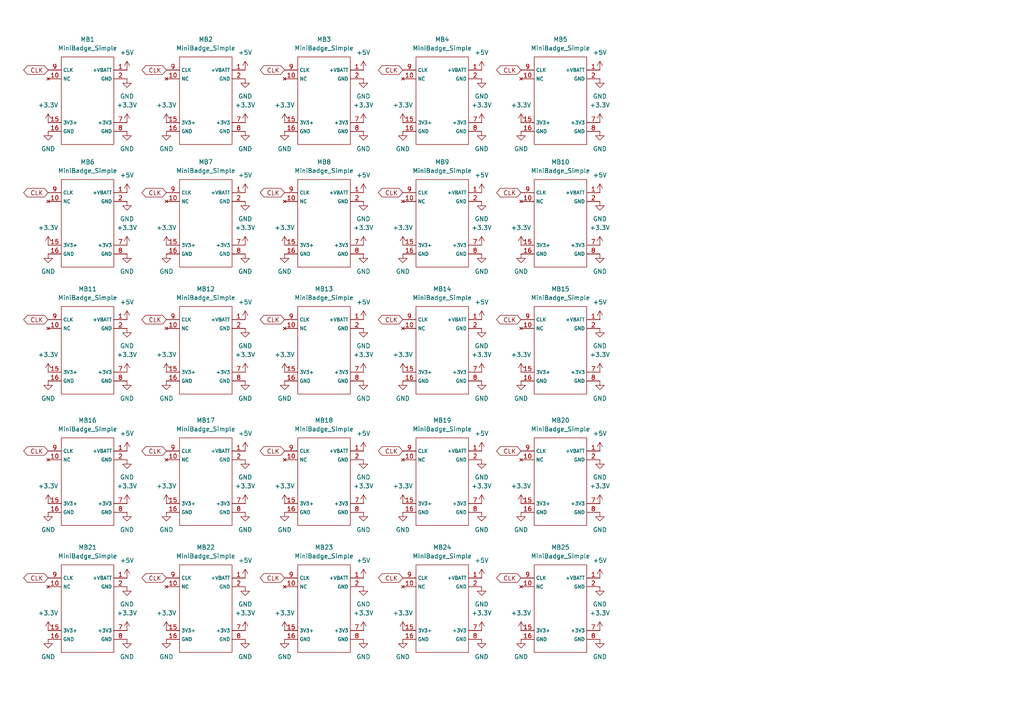
<source format=kicad_sch>
(kicad_sch (version 20250114) (generator "eeschema") (generator_version "9.0")
  (paper "A4")
  (lib_symbols
    (symbol "MiniBadge:MiniBadge_Simple"
      (property "Reference" "MB" (at 8.89 0 0))
      (property "Value" "MiniBadge_Simple" (at -10.16 0 0))
      (symbol "MiniBadge_Simple_0_1"
        (rectangle (start -12.7 7.62) (end 12.7 -7.62))
      )
      (symbol "MiniBadge_Simple_1_1"
        (pin power_out line (at -8.89 11.43 270) (length 3.81) (name "+VBATT") (number "1"))
        (pin output line (at -8.89 -11.43 90) (length 3.81) (name "CLK") (number "9"))
        (pin power_out line (at -6.35 11.43 270) (length 3.81) (name "GND") (number "2"))
        (pin no_connect line (at -6.35 -11.43 90) (length 3.81) (name "NC") (number "10"))
        (pin power_out line (at 6.35 11.43 270) (length 3.81) (name "+3V3") (number "7"))
        (pin power_out line (at 6.35 -11.43 90) (length 3.81) (name "3V3+") (number "15"))
        (pin power_out line (at 8.89 11.43 270) (length 3.81) (name "GND") (number "8"))
        (pin power_out line (at 8.89 -11.43 90) (length 3.81) (name "GND") (number "16"))
      )
    )
    (symbol "power:+3.3V" (power) (pin_numbers (hide yes)) (pin_names (offset 0) (hide yes))
      (property "Value" "+3.3V" (at 0 3.556 0))
      (symbol "+3.3V_0_1"
        (polyline (pts (xy -0.762 1.27) (xy 0 2.54)))
        (polyline (pts (xy 0 2.54) (xy 0.762 1.27)))
        (polyline (pts (xy 0 0) (xy 0 2.54)))
      )
      (symbol "+3.3V_1_1"
        (pin power_in line (at 0 0 90) (length 0) (name "~") (number "1"))
      )
    )
    (symbol "power:+5V" (power) (pin_numbers (hide yes)) (pin_names (offset 0) (hide yes))
      (property "Value" "+5V" (at 0 3.556 0))
      (symbol "+5V_0_1"
        (polyline (pts (xy -0.762 1.27) (xy 0 2.54)))
        (polyline (pts (xy 0 2.54) (xy 0.762 1.27)))
        (polyline (pts (xy 0 0) (xy 0 2.54)))
      )
      (symbol "+5V_1_1"
        (pin power_in line (at 0 0 90) (length 0) (name "~") (number "1"))
      )
    )
    (symbol "power:GND" (power) (pin_numbers (hide yes)) (pin_names (offset 0) (hide yes))
      (property "Value" "GND" (at 0 -3.81 0))
      (symbol "GND_0_1"
        (polyline (pts (xy 0 0) (xy 0 -1.27) (xy 1.27 -1.27) (xy 0 -2.54) (xy -1.27 -1.27) (xy 0 -1.27)))
      )
      (symbol "GND_1_1"
        (pin power_in line (at 0 0 270) (length 0) (name "~") (number "1"))
      )
    )
  )
  (global_label "CLK" (shape bidirectional) (at 82.55 167.64 180) (property "Intersheetrefs" "${INTERSHEET_REFS}" (effects (hide yes))))
  (global_label "CLK" (shape bidirectional) (at 82.55 130.81 180) (property "Intersheetrefs" "${INTERSHEET_REFS}" (effects (hide yes))))
  (global_label "CLK" (shape bidirectional) (at 13.97 130.81 180) (property "Intersheetrefs" "${INTERSHEET_REFS}" (effects (hide yes))))
  (global_label "CLK" (shape bidirectional) (at 13.97 92.71 180) (property "Intersheetrefs" "${INTERSHEET_REFS}" (effects (hide yes))))
  (global_label "CLK" (shape bidirectional) (at 151.13 167.64 180) (property "Intersheetrefs" "${INTERSHEET_REFS}" (effects (hide yes))))
  (global_label "CLK" (shape bidirectional) (at 48.26 167.64 180) (property "Intersheetrefs" "${INTERSHEET_REFS}" (effects (hide yes))))
  (global_label "CLK" (shape bidirectional) (at 82.55 20.32 180) (property "Intersheetrefs" "${INTERSHEET_REFS}" (effects (hide yes))))
  (global_label "CLK" (shape bidirectional) (at 116.84 55.88 180) (property "Intersheetrefs" "${INTERSHEET_REFS}" (effects (hide yes))))
  (global_label "CLK" (shape bidirectional) (at 48.26 92.71 180) (property "Intersheetrefs" "${INTERSHEET_REFS}" (effects (hide yes))))
  (global_label "CLK" (shape bidirectional) (at 13.97 167.64 180) (property "Intersheetrefs" "${INTERSHEET_REFS}" (effects (hide yes))))
  (global_label "CLK" (shape bidirectional) (at 116.84 20.32 180) (property "Intersheetrefs" "${INTERSHEET_REFS}" (effects (hide yes))))
  (global_label "CLK" (shape bidirectional) (at 151.13 92.71 180) (property "Intersheetrefs" "${INTERSHEET_REFS}" (effects (hide yes))))
  (global_label "CLK" (shape bidirectional) (at 116.84 130.81 180) (property "Intersheetrefs" "${INTERSHEET_REFS}" (effects (hide yes))))
  (global_label "CLK" (shape bidirectional) (at 48.26 55.88 180) (property "Intersheetrefs" "${INTERSHEET_REFS}" (effects (hide yes))))
  (global_label "CLK" (shape bidirectional) (at 13.97 55.88 180) (property "Intersheetrefs" "${INTERSHEET_REFS}" (effects (hide yes))))
  (global_label "CLK" (shape bidirectional) (at 82.55 92.71 180) (property "Intersheetrefs" "${INTERSHEET_REFS}" (effects (hide yes))))
  (global_label "CLK" (shape bidirectional) (at 82.55 55.88 180) (property "Intersheetrefs" "${INTERSHEET_REFS}" (effects (hide yes))))
  (global_label "CLK" (shape bidirectional) (at 116.84 167.64 180) (property "Intersheetrefs" "${INTERSHEET_REFS}" (effects (hide yes))))
  (global_label "CLK" (shape bidirectional) (at 48.26 130.81 180) (property "Intersheetrefs" "${INTERSHEET_REFS}" (effects (hide yes))))
  (global_label "CLK" (shape bidirectional) (at 13.97 20.32 180) (property "Intersheetrefs" "${INTERSHEET_REFS}" (effects (hide yes))))
  (global_label "CLK" (shape bidirectional) (at 151.13 20.32 180) (property "Intersheetrefs" "${INTERSHEET_REFS}" (effects (hide yes))))
  (global_label "CLK" (shape bidirectional) (at 116.84 92.71 180) (property "Intersheetrefs" "${INTERSHEET_REFS}" (effects (hide yes))))
  (global_label "CLK" (shape bidirectional) (at 48.26 20.32 180) (property "Intersheetrefs" "${INTERSHEET_REFS}" (effects (hide yes))))
  (global_label "CLK" (shape bidirectional) (at 151.13 130.81 180) (property "Intersheetrefs" "${INTERSHEET_REFS}" (effects (hide yes))))
  (global_label "CLK" (shape bidirectional) (at 151.13 55.88 180) (property "Intersheetrefs" "${INTERSHEET_REFS}" (effects (hide yes))))
  (symbol (lib_id "MiniBadge:MiniBadge_Simple") (at 59.69 176.53 270) (unit 1)
    (property "Reference" "MB22" (at 59.69 158.75 90))
    (property "Value" "MiniBadge_Simple" (at 59.69 161.29 90))
    (property "Footprint" "MiniBadge:MiniBadge_Slot_Reflective" (effects (hide yes)))
  )
  (symbol (lib_id "power:+3.3V") (at 36.83 182.88 0) (unit 1)
    (property "Reference" "#PWR0135" (effects (hide yes)))
    (property "Value" "+3.3V" (at 36.83 177.8 0))
    (property "Description" "Power symbol creates a global label with name \"+3.3V\"" (effects (hide yes)))
  )
  (symbol (lib_id "power:+5V") (at 139.7 130.81 0) (unit 1)
    (property "Reference" "#PWR097" (effects (hide yes)))
    (property "Value" "+5V" (at 139.7 125.73 0))
    (property "Description" "Power symbol creates a global label with name \"+5V\"" (effects (hide yes)))
  )
  (symbol (lib_id "power:GND") (at 36.83 133.35 0) (unit 1)
    (property "Reference" "#PWR099" (effects (hide yes)))
    (property "Value" "GND" (at 36.83 138.43 0))
    (property "Description" "Power symbol creates a global label with name \"GND\" , ground" (effects (hide yes)))
  )
  (symbol (lib_id "power:GND") (at 151.13 73.66 0) (unit 1)
    (property "Reference" "#PWR062" (effects (hide yes)))
    (property "Value" "GND" (at 151.13 78.74 0))
    (property "Description" "Power symbol creates a global label with name \"GND\" , ground" (effects (hide yes)))
  )
  (symbol (lib_id "power:GND") (at 48.26 185.42 0) (unit 1)
    (property "Reference" "#PWR0146" (effects (hide yes)))
    (property "Value" "GND" (at 48.26 190.5 0))
    (property "Description" "Power symbol creates a global label with name \"GND\" , ground" (effects (hide yes)))
  )
  (symbol (lib_id "power:+3.3V") (at 151.13 71.12 0) (unit 1)
    (property "Reference" "#PWR052" (effects (hide yes)))
    (property "Value" "+3.3V" (at 151.13 66.04 0))
    (property "Description" "Power symbol creates a global label with name \"+3.3V\"" (effects (hide yes)))
  )
  (symbol (lib_id "power:+3.3V") (at 36.83 107.95 0) (unit 1)
    (property "Reference" "#PWR075" (effects (hide yes)))
    (property "Value" "+3.3V" (at 36.83 102.87 0))
    (property "Description" "Power symbol creates a global label with name \"+3.3V\"" (effects (hide yes)))
  )
  (symbol (lib_id "power:GND") (at 139.7 110.49 0) (unit 1)
    (property "Reference" "#PWR091" (effects (hide yes)))
    (property "Value" "GND" (at 139.7 115.57 0))
    (property "Description" "Power symbol creates a global label with name \"GND\" , ground" (effects (hide yes)))
  )
  (symbol (lib_id "power:+3.3V") (at 116.84 107.95 0) (unit 1)
    (property "Reference" "#PWR080" (effects (hide yes)))
    (property "Value" "+3.3V" (at 116.84 102.87 0))
    (property "Description" "Power symbol creates a global label with name \"+3.3V\"" (effects (hide yes)))
  )
  (symbol (lib_id "power:GND") (at 71.12 95.25 0) (unit 1)
    (property "Reference" "#PWR070" (effects (hide yes)))
    (property "Value" "GND" (at 71.12 100.33 0))
    (property "Description" "Power symbol creates a global label with name \"GND\" , ground" (effects (hide yes)))
  )
  (symbol (lib_id "power:+3.3V") (at 82.55 35.56 0) (unit 1)
    (property "Reference" "#PWR020" (effects (hide yes)))
    (property "Value" "+3.3V" (at 82.55 30.48 0))
    (property "Description" "Power symbol creates a global label with name \"+3.3V\"" (effects (hide yes)))
  )
  (symbol (lib_id "MiniBadge:MiniBadge_Simple") (at 128.27 139.7 270) (unit 1)
    (property "Reference" "MB19" (at 128.27 121.92 90))
    (property "Value" "MiniBadge_Simple" (at 128.27 124.46 90))
    (property "Footprint" "MiniBadge:MiniBadge_Slot_Reflective" (effects (hide yes)))
  )
  (symbol (lib_id "power:GND") (at 116.84 73.66 0) (unit 1)
    (property "Reference" "#PWR060" (effects (hide yes)))
    (property "Value" "GND" (at 116.84 78.74 0))
    (property "Description" "Power symbol creates a global label with name \"GND\" , ground" (effects (hide yes)))
  )
  (symbol (lib_id "power:GND") (at 116.84 110.49 0) (unit 1)
    (property "Reference" "#PWR090" (effects (hide yes)))
    (property "Value" "GND" (at 116.84 115.57 0))
    (property "Description" "Power symbol creates a global label with name \"GND\" , ground" (effects (hide yes)))
  )
  (symbol (lib_id "power:+3.3V") (at 48.26 146.05 0) (unit 1)
    (property "Reference" "#PWR0106" (effects (hide yes)))
    (property "Value" "+3.3V" (at 48.26 140.97 0))
    (property "Description" "Power symbol creates a global label with name \"+3.3V\"" (effects (hide yes)))
  )
  (symbol (lib_id "power:GND") (at 105.41 185.42 0) (unit 1)
    (property "Reference" "#PWR0149" (effects (hide yes)))
    (property "Value" "GND" (at 105.41 190.5 0))
    (property "Description" "Power symbol creates a global label with name \"GND\" , ground" (effects (hide yes)))
  )
  (symbol (lib_id "power:+3.3V") (at 82.55 107.95 0) (unit 1)
    (property "Reference" "#PWR078" (effects (hide yes)))
    (property "Value" "+3.3V" (at 82.55 102.87 0))
    (property "Description" "Power symbol creates a global label with name \"+3.3V\"" (effects (hide yes)))
  )
  (symbol (lib_id "power:GND") (at 48.26 38.1 0) (unit 1)
    (property "Reference" "#PWR014" (effects (hide yes)))
    (property "Value" "GND" (at 48.26 43.18 0))
    (property "Description" "Power symbol creates a global label with name \"GND\" , ground" (effects (hide yes)))
  )
  (symbol (lib_id "power:GND") (at 71.12 185.42 0) (unit 1)
    (property "Reference" "#PWR0147" (effects (hide yes)))
    (property "Value" "GND" (at 71.12 190.5 0))
    (property "Description" "Power symbol creates a global label with name \"GND\" , ground" (effects (hide yes)))
  )
  (symbol (lib_id "power:+5V") (at 173.99 55.88 0) (unit 1)
    (property "Reference" "#PWR038" (effects (hide yes)))
    (property "Value" "+5V" (at 173.99 50.8 0))
    (property "Description" "Power symbol creates a global label with name \"+5V\"" (effects (hide yes)))
  )
  (symbol (lib_id "power:GND") (at 105.41 58.42 0) (unit 1)
    (property "Reference" "#PWR041" (effects (hide yes)))
    (property "Value" "GND" (at 105.41 63.5 0))
    (property "Description" "Power symbol creates a global label with name \"GND\" , ground" (effects (hide yes)))
  )
  (symbol (lib_id "power:GND") (at 173.99 110.49 0) (unit 1)
    (property "Reference" "#PWR093" (effects (hide yes)))
    (property "Value" "GND" (at 173.99 115.57 0))
    (property "Description" "Power symbol creates a global label with name \"GND\" , ground" (effects (hide yes)))
  )
  (symbol (lib_id "power:GND") (at 173.99 95.25 0) (unit 1)
    (property "Reference" "#PWR073" (effects (hide yes)))
    (property "Value" "GND" (at 173.99 100.33 0))
    (property "Description" "Power symbol creates a global label with name \"GND\" , ground" (effects (hide yes)))
  )
  (symbol (lib_id "power:+5V") (at 105.41 20.32 0) (unit 1)
    (property "Reference" "#PWR016" (effects (hide yes)))
    (property "Value" "+5V" (at 105.41 15.24 0))
    (property "Description" "Power symbol creates a global label with name \"+5V\"" (effects (hide yes)))
  )
  (symbol (lib_id "power:+3.3V") (at 48.26 35.56 0) (unit 1)
    (property "Reference" "#PWR012" (effects (hide yes)))
    (property "Value" "+3.3V" (at 48.26 30.48 0))
    (property "Description" "Power symbol creates a global label with name \"+3.3V\"" (effects (hide yes)))
  )
  (symbol (lib_id "power:+3.3V") (at 71.12 182.88 0) (unit 1)
    (property "Reference" "#PWR0137" (effects (hide yes)))
    (property "Value" "+3.3V" (at 71.12 177.8 0))
    (property "Description" "Power symbol creates a global label with name \"+3.3V\"" (effects (hide yes)))
  )
  (symbol (lib_id "power:+3.3V") (at 105.41 146.05 0) (unit 1)
    (property "Reference" "#PWR0109" (effects (hide yes)))
    (property "Value" "+3.3V" (at 105.41 140.97 0))
    (property "Description" "Power symbol creates a global label with name \"+3.3V\"" (effects (hide yes)))
  )
  (symbol (lib_id "MiniBadge:MiniBadge_Simple") (at 25.4 139.7 270) (unit 1)
    (property "Reference" "MB16" (at 25.4 121.92 90))
    (property "Value" "MiniBadge_Simple" (at 25.4 124.46 90))
    (property "Footprint" "MiniBadge:MiniBadge_Slot_Reflective" (effects (hide yes)))
  )
  (symbol (lib_id "power:GND") (at 173.99 185.42 0) (unit 1)
    (property "Reference" "#PWR0153" (effects (hide yes)))
    (property "Value" "GND" (at 173.99 190.5 0))
    (property "Description" "Power symbol creates a global label with name \"GND\" , ground" (effects (hide yes)))
  )
  (symbol (lib_id "power:+3.3V") (at 105.41 107.95 0) (unit 1)
    (property "Reference" "#PWR079" (effects (hide yes)))
    (property "Value" "+3.3V" (at 105.41 102.87 0))
    (property "Description" "Power symbol creates a global label with name \"+3.3V\"" (effects (hide yes)))
  )
  (symbol (lib_id "power:+3.3V") (at 82.55 71.12 0) (unit 1)
    (property "Reference" "#PWR048" (effects (hide yes)))
    (property "Value" "+3.3V" (at 82.55 66.04 0))
    (property "Description" "Power symbol creates a global label with name \"+3.3V\"" (effects (hide yes)))
  )
  (symbol (lib_id "power:+5V") (at 36.83 167.64 0) (unit 1)
    (property "Reference" "#PWR0124" (effects (hide yes)))
    (property "Value" "+5V" (at 36.83 162.56 0))
    (property "Description" "Power symbol creates a global label with name \"+5V\"" (effects (hide yes)))
  )
  (symbol (lib_id "power:GND") (at 116.84 38.1 0) (unit 1)
    (property "Reference" "#PWR026" (effects (hide yes)))
    (property "Value" "GND" (at 116.84 43.18 0))
    (property "Description" "Power symbol creates a global label with name \"GND\" , ground" (effects (hide yes)))
  )
  (symbol (lib_id "power:GND") (at 105.41 95.25 0) (unit 1)
    (property "Reference" "#PWR071" (effects (hide yes)))
    (property "Value" "GND" (at 105.41 100.33 0))
    (property "Description" "Power symbol creates a global label with name \"GND\" , ground" (effects (hide yes)))
  )
  (symbol (lib_id "power:+3.3V") (at 48.26 182.88 0) (unit 1)
    (property "Reference" "#PWR0136" (effects (hide yes)))
    (property "Value" "+3.3V" (at 48.26 177.8 0))
    (property "Description" "Power symbol creates a global label with name \"+3.3V\"" (effects (hide yes)))
  )
  (symbol (lib_id "power:GND") (at 36.83 58.42 0) (unit 1)
    (property "Reference" "#PWR039" (effects (hide yes)))
    (property "Value" "GND" (at 36.83 63.5 0))
    (property "Description" "Power symbol creates a global label with name \"GND\" , ground" (effects (hide yes)))
  )
  (symbol (lib_id "power:GND") (at 36.83 95.25 0) (unit 1)
    (property "Reference" "#PWR069" (effects (hide yes)))
    (property "Value" "GND" (at 36.83 100.33 0))
    (property "Description" "Power symbol creates a global label with name \"GND\" , ground" (effects (hide yes)))
  )
  (symbol (lib_id "power:GND") (at 82.55 110.49 0) (unit 1)
    (property "Reference" "#PWR088" (effects (hide yes)))
    (property "Value" "GND" (at 82.55 115.57 0))
    (property "Description" "Power symbol creates a global label with name \"GND\" , ground" (effects (hide yes)))
  )
  (symbol (lib_id "power:+3.3V") (at 139.7 107.95 0) (unit 1)
    (property "Reference" "#PWR081" (effects (hide yes)))
    (property "Value" "+3.3V" (at 139.7 102.87 0))
    (property "Description" "Power symbol creates a global label with name \"+3.3V\"" (effects (hide yes)))
  )
  (symbol (lib_id "power:GND") (at 139.7 133.35 0) (unit 1)
    (property "Reference" "#PWR0102" (effects (hide yes)))
    (property "Value" "GND" (at 139.7 138.43 0))
    (property "Description" "Power symbol creates a global label with name \"GND\" , ground" (effects (hide yes)))
  )
  (symbol (lib_id "power:GND") (at 36.83 170.18 0) (unit 1)
    (property "Reference" "#PWR0129" (effects (hide yes)))
    (property "Value" "GND" (at 36.83 175.26 0))
    (property "Description" "Power symbol creates a global label with name \"GND\" , ground" (effects (hide yes)))
  )
  (symbol (lib_id "power:+5V") (at 71.12 167.64 0) (unit 1)
    (property "Reference" "#PWR0125" (effects (hide yes)))
    (property "Value" "+5V" (at 71.12 162.56 0))
    (property "Description" "Power symbol creates a global label with name \"+5V\"" (effects (hide yes)))
  )
  (symbol (lib_id "power:+3.3V") (at 105.41 71.12 0) (unit 1)
    (property "Reference" "#PWR049" (effects (hide yes)))
    (property "Value" "+3.3V" (at 105.41 66.04 0))
    (property "Description" "Power symbol creates a global label with name \"+3.3V\"" (effects (hide yes)))
  )
  (symbol (lib_id "power:GND") (at 105.41 22.86 0) (unit 1)
    (property "Reference" "#PWR018" (effects (hide yes)))
    (property "Value" "GND" (at 105.41 27.94 0))
    (property "Description" "Power symbol creates a global label with name \"GND\" , ground" (effects (hide yes)))
  )
  (symbol (lib_id "power:+5V") (at 71.12 20.32 0) (unit 1)
    (property "Reference" "#PWR010" (effects (hide yes)))
    (property "Value" "+5V" (at 71.12 15.24 0))
    (property "Description" "Power symbol creates a global label with name \"+5V\"" (effects (hide yes)))
  )
  (symbol (lib_id "MiniBadge:MiniBadge_Simple") (at 128.27 101.6 270) (unit 1)
    (property "Reference" "MB14" (at 128.27 83.82 90))
    (property "Value" "MiniBadge_Simple" (at 128.27 86.36 90))
    (property "Footprint" "MiniBadge:MiniBadge_Slot_Basic" (effects (hide yes)))
  )
  (symbol (lib_id "power:GND") (at 36.83 38.1 0) (unit 1)
    (property "Reference" "#PWR07" (effects (hide yes)))
    (property "Value" "GND" (at 36.83 43.18 0))
    (property "Description" "Power symbol creates a global label with name \"GND\" , ground" (effects (hide yes)))
  )
  (symbol (lib_id "power:+5V") (at 71.12 130.81 0) (unit 1)
    (property "Reference" "#PWR095" (effects (hide yes)))
    (property "Value" "+5V" (at 71.12 125.73 0))
    (property "Description" "Power symbol creates a global label with name \"+5V\"" (effects (hide yes)))
  )
  (symbol (lib_id "power:GND") (at 82.55 148.59 0) (unit 1)
    (property "Reference" "#PWR0118" (effects (hide yes)))
    (property "Value" "GND" (at 82.55 153.67 0))
    (property "Description" "Power symbol creates a global label with name \"GND\" , ground" (effects (hide yes)))
  )
  (symbol (lib_id "MiniBadge:MiniBadge_Simple") (at 162.56 64.77 270) (unit 1)
    (property "Reference" "MB10" (at 162.56 46.99 90))
    (property "Value" "MiniBadge_Simple" (at 162.56 49.53 90))
    (property "Footprint" "MiniBadge:MiniBadge_Slot_Reflective" (effects (hide yes)))
  )
  (symbol (lib_id "power:GND") (at 13.97 73.66 0) (unit 1)
    (property "Reference" "#PWR054" (effects (hide yes)))
    (property "Value" "GND" (at 13.97 78.74 0))
    (property "Description" "Power symbol creates a global label with name \"GND\" , ground" (effects (hide yes)))
  )
  (symbol (lib_id "power:GND") (at 139.7 185.42 0) (unit 1)
    (property "Reference" "#PWR0151" (effects (hide yes)))
    (property "Value" "GND" (at 139.7 190.5 0))
    (property "Description" "Power symbol creates a global label with name \"GND\" , ground" (effects (hide yes)))
  )
  (symbol (lib_id "MiniBadge:MiniBadge_Simple") (at 59.69 29.21 270) (unit 1)
    (property "Reference" "MB2" (at 59.69 11.43 90))
    (property "Value" "MiniBadge_Simple" (at 59.69 13.97 90))
    (property "Footprint" "MiniBadge:MiniBadge_Slot_Reflective" (effects (hide yes)))
  )
  (symbol (lib_id "power:GND") (at 139.7 95.25 0) (unit 1)
    (property "Reference" "#PWR072" (effects (hide yes)))
    (property "Value" "GND" (at 139.7 100.33 0))
    (property "Description" "Power symbol creates a global label with name \"GND\" , ground" (effects (hide yes)))
  )
  (symbol (lib_id "power:GND") (at 139.7 170.18 0) (unit 1)
    (property "Reference" "#PWR0132" (effects (hide yes)))
    (property "Value" "GND" (at 139.7 175.26 0))
    (property "Description" "Power symbol creates a global label with name \"GND\" , ground" (effects (hide yes)))
  )
  (symbol (lib_id "MiniBadge:MiniBadge_Simple") (at 25.4 64.77 270) (unit 1)
    (property "Reference" "MB6" (at 25.4 46.99 90))
    (property "Value" "MiniBadge_Simple" (at 25.4 49.53 90))
    (property "Footprint" "MiniBadge:MiniBadge_Slot_Reflective" (effects (hide yes)))
  )
  (symbol (lib_id "power:+5V") (at 36.83 92.71 0) (unit 1)
    (property "Reference" "#PWR064" (effects (hide yes)))
    (property "Value" "+5V" (at 36.83 87.63 0))
    (property "Description" "Power symbol creates a global label with name \"+5V\"" (effects (hide yes)))
  )
  (symbol (lib_id "power:+5V") (at 173.99 130.81 0) (unit 1)
    (property "Reference" "#PWR098" (effects (hide yes)))
    (property "Value" "+5V" (at 173.99 125.73 0))
    (property "Description" "Power symbol creates a global label with name \"+5V\"" (effects (hide yes)))
  )
  (symbol (lib_id "power:+3.3V") (at 71.12 71.12 0) (unit 1)
    (property "Reference" "#PWR047" (effects (hide yes)))
    (property "Value" "+3.3V" (at 71.12 66.04 0))
    (property "Description" "Power symbol creates a global label with name \"+3.3V\"" (effects (hide yes)))
  )
  (symbol (lib_id "power:GND") (at 71.12 38.1 0) (unit 1)
    (property "Reference" "#PWR015" (effects (hide yes)))
    (property "Value" "GND" (at 71.12 43.18 0))
    (property "Description" "Power symbol creates a global label with name \"GND\" , ground" (effects (hide yes)))
  )
  (symbol (lib_id "power:GND") (at 48.26 148.59 0) (unit 1)
    (property "Reference" "#PWR0116" (effects (hide yes)))
    (property "Value" "GND" (at 48.26 153.67 0))
    (property "Description" "Power symbol creates a global label with name \"GND\" , ground" (effects (hide yes)))
  )
  (symbol (lib_id "MiniBadge:MiniBadge_Simple") (at 93.98 176.53 270) (unit 1)
    (property "Reference" "MB23" (at 93.98 158.75 90))
    (property "Value" "MiniBadge_Simple" (at 93.98 161.29 90))
    (property "Footprint" "MiniBadge:MiniBadge_Slot_Reflective" (effects (hide yes)))
  )
  (symbol (lib_id "power:+3.3V") (at 13.97 107.95 0) (unit 1)
    (property "Reference" "#PWR074" (effects (hide yes)))
    (property "Value" "+3.3V" (at 13.97 102.87 0))
    (property "Description" "Power symbol creates a global label with name \"+3.3V\"" (effects (hide yes)))
  )
  (symbol (lib_id "power:GND") (at 105.41 73.66 0) (unit 1)
    (property "Reference" "#PWR059" (effects (hide yes)))
    (property "Value" "GND" (at 105.41 78.74 0))
    (property "Description" "Power symbol creates a global label with name \"GND\" , ground" (effects (hide yes)))
  )
  (symbol (lib_id "power:+5V") (at 139.7 92.71 0) (unit 1)
    (property "Reference" "#PWR067" (effects (hide yes)))
    (property "Value" "+5V" (at 139.7 87.63 0))
    (property "Description" "Power symbol creates a global label with name \"+5V\"" (effects (hide yes)))
  )
  (symbol (lib_id "power:GND") (at 173.99 58.42 0) (unit 1)
    (property "Reference" "#PWR043" (effects (hide yes)))
    (property "Value" "GND" (at 173.99 63.5 0))
    (property "Description" "Power symbol creates a global label with name \"GND\" , ground" (effects (hide yes)))
  )
  (symbol (lib_id "power:+3.3V") (at 151.13 182.88 0) (unit 1)
    (property "Reference" "#PWR0142" (effects (hide yes)))
    (property "Value" "+3.3V" (at 151.13 177.8 0))
    (property "Description" "Power symbol creates a global label with name \"+3.3V\"" (effects (hide yes)))
  )
  (symbol (lib_id "power:+3.3V") (at 82.55 146.05 0) (unit 1)
    (property "Reference" "#PWR0108" (effects (hide yes)))
    (property "Value" "+3.3V" (at 82.55 140.97 0))
    (property "Description" "Power symbol creates a global label with name \"+3.3V\"" (effects (hide yes)))
  )
  (symbol (lib_id "MiniBadge:MiniBadge_Simple") (at 59.69 101.6 270) (unit 1)
    (property "Reference" "MB12" (at 59.69 83.82 90))
    (property "Value" "MiniBadge_Simple" (at 59.69 86.36 90))
    (property "Footprint" "MiniBadge:MiniBadge_Slot_Reflective" (effects (hide yes)))
  )
  (symbol (lib_id "power:GND") (at 71.12 133.35 0) (unit 1)
    (property "Reference" "#PWR0100" (effects (hide yes)))
    (property "Value" "GND" (at 71.12 138.43 0))
    (property "Description" "Power symbol creates a global label with name \"GND\" , ground" (effects (hide yes)))
  )
  (symbol (lib_id "power:GND") (at 151.13 148.59 0) (unit 1)
    (property "Reference" "#PWR0122" (effects (hide yes)))
    (property "Value" "GND" (at 151.13 153.67 0))
    (property "Description" "Power symbol creates a global label with name \"GND\" , ground" (effects (hide yes)))
  )
  (symbol (lib_id "power:GND") (at 105.41 170.18 0) (unit 1)
    (property "Reference" "#PWR0131" (effects (hide yes)))
    (property "Value" "GND" (at 105.41 175.26 0))
    (property "Description" "Power symbol creates a global label with name \"GND\" , ground" (effects (hide yes)))
  )
  (symbol (lib_id "power:GND") (at 71.12 110.49 0) (unit 1)
    (property "Reference" "#PWR087" (effects (hide yes)))
    (property "Value" "GND" (at 71.12 115.57 0))
    (property "Description" "Power symbol creates a global label with name \"GND\" , ground" (effects (hide yes)))
  )
  (symbol (lib_id "power:GND") (at 71.12 170.18 0) (unit 1)
    (property "Reference" "#PWR0130" (effects (hide yes)))
    (property "Value" "GND" (at 71.12 175.26 0))
    (property "Description" "Power symbol creates a global label with name \"GND\" , ground" (effects (hide yes)))
  )
  (symbol (lib_id "power:+3.3V") (at 139.7 35.56 0) (unit 1)
    (property "Reference" "#PWR023" (effects (hide yes)))
    (property "Value" "+3.3V" (at 139.7 30.48 0))
    (property "Description" "Power symbol creates a global label with name \"+3.3V\"" (effects (hide yes)))
  )
  (symbol (lib_id "power:+3.3V") (at 36.83 146.05 0) (unit 1)
    (property "Reference" "#PWR0105" (effects (hide yes)))
    (property "Value" "+3.3V" (at 36.83 140.97 0))
    (property "Description" "Power symbol creates a global label with name \"+3.3V\"" (effects (hide yes)))
  )
  (symbol (lib_id "power:+3.3V") (at 105.41 35.56 0) (unit 1)
    (property "Reference" "#PWR021" (effects (hide yes)))
    (property "Value" "+3.3V" (at 105.41 30.48 0))
    (property "Description" "Power symbol creates a global label with name \"+3.3V\"" (effects (hide yes)))
  )
  (symbol (lib_id "MiniBadge:MiniBadge_Simple") (at 162.56 101.6 270) (unit 1)
    (property "Reference" "MB15" (at 162.56 83.82 90))
    (property "Value" "MiniBadge_Simple" (at 162.56 86.36 90))
    (property "Footprint" "MiniBadge:MiniBadge_Slot_Basic" (effects (hide yes)))
  )
  (symbol (lib_id "power:+3.3V") (at 139.7 71.12 0) (unit 1)
    (property "Reference" "#PWR051" (effects (hide yes)))
    (property "Value" "+3.3V" (at 139.7 66.04 0))
    (property "Description" "Power symbol creates a global label with name \"+3.3V\"" (effects (hide yes)))
  )
  (symbol (lib_id "power:+3.3V") (at 13.97 146.05 0) (unit 1)
    (property "Reference" "#PWR0104" (effects (hide yes)))
    (property "Value" "+3.3V" (at 13.97 140.97 0))
    (property "Description" "Power symbol creates a global label with name \"+3.3V\"" (effects (hide yes)))
  )
  (symbol (lib_id "power:+3.3V") (at 13.97 35.56 0) (unit 1)
    (property "Reference" "#PWR05" (effects (hide yes)))
    (property "Value" "+3.3V" (at 13.97 30.48 0))
    (property "Description" "Power symbol creates a global label with name \"+3.3V\"" (effects (hide yes)))
  )
  (symbol (lib_id "power:GND") (at 71.12 58.42 0) (unit 1)
    (property "Reference" "#PWR040" (effects (hide yes)))
    (property "Value" "GND" (at 71.12 63.5 0))
    (property "Description" "Power symbol creates a global label with name \"GND\" , ground" (effects (hide yes)))
  )
  (symbol (lib_id "power:GND") (at 139.7 148.59 0) (unit 1)
    (property "Reference" "#PWR0121" (effects (hide yes)))
    (property "Value" "GND" (at 139.7 153.67 0))
    (property "Description" "Power symbol creates a global label with name \"GND\" , ground" (effects (hide yes)))
  )
  (symbol (lib_id "power:GND") (at 139.7 38.1 0) (unit 1)
    (property "Reference" "#PWR027" (effects (hide yes)))
    (property "Value" "GND" (at 139.7 43.18 0))
    (property "Description" "Power symbol creates a global label with name \"GND\" , ground" (effects (hide yes)))
  )
  (symbol (lib_id "power:GND") (at 13.97 148.59 0) (unit 1)
    (property "Reference" "#PWR0114" (effects (hide yes)))
    (property "Value" "GND" (at 13.97 153.67 0))
    (property "Description" "Power symbol creates a global label with name \"GND\" , ground" (effects (hide yes)))
  )
  (symbol (lib_id "power:+5V") (at 36.83 55.88 0) (unit 1)
    (property "Reference" "#PWR034" (effects (hide yes)))
    (property "Value" "+5V" (at 36.83 50.8 0))
    (property "Description" "Power symbol creates a global label with name \"+5V\"" (effects (hide yes)))
  )
  (symbol (lib_id "power:+3.3V") (at 71.12 146.05 0) (unit 1)
    (property "Reference" "#PWR0107" (effects (hide yes)))
    (property "Value" "+3.3V" (at 71.12 140.97 0))
    (property "Description" "Power symbol creates a global label with name \"+3.3V\"" (effects (hide yes)))
  )
  (symbol (lib_id "power:+3.3V") (at 173.99 146.05 0) (unit 1)
    (property "Reference" "#PWR0113" (effects (hide yes)))
    (property "Value" "+3.3V" (at 173.99 140.97 0))
    (property "Description" "Power symbol creates a global label with name \"+3.3V\"" (effects (hide yes)))
  )
  (symbol (lib_id "power:+3.3V") (at 116.84 146.05 0) (unit 1)
    (property "Reference" "#PWR0110" (effects (hide yes)))
    (property "Value" "+3.3V" (at 116.84 140.97 0))
    (property "Description" "Power symbol creates a global label with name \"+3.3V\"" (effects (hide yes)))
  )
  (symbol (lib_id "power:+3.3V") (at 139.7 146.05 0) (unit 1)
    (property "Reference" "#PWR0111" (effects (hide yes)))
    (property "Value" "+3.3V" (at 139.7 140.97 0))
    (property "Description" "Power symbol creates a global label with name \"+3.3V\"" (effects (hide yes)))
  )
  (symbol (lib_id "power:+5V") (at 105.41 55.88 0) (unit 1)
    (property "Reference" "#PWR036" (effects (hide yes)))
    (property "Value" "+5V" (at 105.41 50.8 0))
    (property "Description" "Power symbol creates a global label with name \"+5V\"" (effects (hide yes)))
  )
  (symbol (lib_id "power:GND") (at 173.99 148.59 0) (unit 1)
    (property "Reference" "#PWR0123" (effects (hide yes)))
    (property "Value" "GND" (at 173.99 153.67 0))
    (property "Description" "Power symbol creates a global label with name \"GND\" , ground" (effects (hide yes)))
  )
  (symbol (lib_id "power:+3.3V") (at 71.12 107.95 0) (unit 1)
    (property "Reference" "#PWR077" (effects (hide yes)))
    (property "Value" "+3.3V" (at 71.12 102.87 0))
    (property "Description" "Power symbol creates a global label with name \"+3.3V\"" (effects (hide yes)))
  )
  (symbol (lib_id "power:GND") (at 116.84 185.42 0) (unit 1)
    (property "Reference" "#PWR0150" (effects (hide yes)))
    (property "Value" "GND" (at 116.84 190.5 0))
    (property "Description" "Power symbol creates a global label with name \"GND\" , ground" (effects (hide yes)))
  )
  (symbol (lib_id "power:+3.3V") (at 173.99 107.95 0) (unit 1)
    (property "Reference" "#PWR083" (effects (hide yes)))
    (property "Value" "+3.3V" (at 173.99 102.87 0))
    (property "Description" "Power symbol creates a global label with name \"+3.3V\"" (effects (hide yes)))
  )
  (symbol (lib_id "power:GND") (at 116.84 148.59 0) (unit 1)
    (property "Reference" "#PWR0120" (effects (hide yes)))
    (property "Value" "GND" (at 116.84 153.67 0))
    (property "Description" "Power symbol creates a global label with name \"GND\" , ground" (effects (hide yes)))
  )
  (symbol (lib_id "power:GND") (at 139.7 58.42 0) (unit 1)
    (property "Reference" "#PWR042" (effects (hide yes)))
    (property "Value" "GND" (at 139.7 63.5 0))
    (property "Description" "Power symbol creates a global label with name \"GND\" , ground" (effects (hide yes)))
  )
  (symbol (lib_id "power:GND") (at 13.97 110.49 0) (unit 1)
    (property "Reference" "#PWR084" (effects (hide yes)))
    (property "Value" "GND" (at 13.97 115.57 0))
    (property "Description" "Power symbol creates a global label with name \"GND\" , ground" (effects (hide yes)))
  )
  (symbol (lib_id "power:GND") (at 173.99 133.35 0) (unit 1)
    (property "Reference" "#PWR0103" (effects (hide yes)))
    (property "Value" "GND" (at 173.99 138.43 0))
    (property "Description" "Power symbol creates a global label with name \"GND\" , ground" (effects (hide yes)))
  )
  (symbol (lib_id "power:GND") (at 173.99 22.86 0) (unit 1)
    (property "Reference" "#PWR029" (effects (hide yes)))
    (property "Value" "GND" (at 173.99 27.94 0))
    (property "Description" "Power symbol creates a global label with name \"GND\" , ground" (effects (hide yes)))
  )
  (symbol (lib_id "power:+5V") (at 71.12 55.88 0) (unit 1)
    (property "Reference" "#PWR035" (effects (hide yes)))
    (property "Value" "+5V" (at 71.12 50.8 0))
    (property "Description" "Power symbol creates a global label with name \"+5V\"" (effects (hide yes)))
  )
  (symbol (lib_id "MiniBadge:MiniBadge_Simple") (at 162.56 29.21 270) (unit 1)
    (property "Reference" "MB5" (at 162.56 11.43 90))
    (property "Value" "MiniBadge_Simple" (at 162.56 13.97 90))
    (property "Footprint" "MiniBadge:MiniBadge_Slot_Reflective" (effects (hide yes)))
  )
  (symbol (lib_id "power:GND") (at 48.26 110.49 0) (unit 1)
    (property "Reference" "#PWR086" (effects (hide yes)))
    (property "Value" "GND" (at 48.26 115.57 0))
    (property "Description" "Power symbol creates a global label with name \"GND\" , ground" (effects (hide yes)))
  )
  (symbol (lib_id "power:+5V") (at 139.7 55.88 0) (unit 1)
    (property "Reference" "#PWR037" (effects (hide yes)))
    (property "Value" "+5V" (at 139.7 50.8 0))
    (property "Description" "Power symbol creates a global label with name \"+5V\"" (effects (hide yes)))
  )
  (symbol (lib_id "MiniBadge:MiniBadge_Simple") (at 93.98 139.7 270) (unit 1)
    (property "Reference" "MB18" (at 93.98 121.92 90))
    (property "Value" "MiniBadge_Simple" (at 93.98 124.46 90))
    (property "Footprint" "MiniBadge:MiniBadge_Slot_Reflective" (effects (hide yes)))
  )
  (symbol (lib_id "power:+3.3V") (at 13.97 182.88 0) (unit 1)
    (property "Reference" "#PWR0134" (effects (hide yes)))
    (property "Value" "+3.3V" (at 13.97 177.8 0))
    (property "Description" "Power symbol creates a global label with name \"+3.3V\"" (effects (hide yes)))
  )
  (symbol (lib_id "MiniBadge:MiniBadge_Simple") (at 25.4 176.53 270) (unit 1)
    (property "Reference" "MB21" (at 25.4 158.75 90))
    (property "Value" "MiniBadge_Simple" (at 25.4 161.29 90))
    (property "Footprint" "MiniBadge:MiniBadge_Slot_Reflective" (effects (hide yes)))
  )
  (symbol (lib_id "power:GND") (at 82.55 185.42 0) (unit 1)
    (property "Reference" "#PWR0148" (effects (hide yes)))
    (property "Value" "GND" (at 82.55 190.5 0))
    (property "Description" "Power symbol creates a global label with name \"GND\" , ground" (effects (hide yes)))
  )
  (symbol (lib_id "power:+5V") (at 139.7 20.32 0) (unit 1)
    (property "Reference" "#PWR017" (effects (hide yes)))
    (property "Value" "+5V" (at 139.7 15.24 0))
    (property "Description" "Power symbol creates a global label with name \"+5V\"" (effects (hide yes)))
  )
  (symbol (lib_id "power:+3.3V") (at 139.7 182.88 0) (unit 1)
    (property "Reference" "#PWR0141" (effects (hide yes)))
    (property "Value" "+3.3V" (at 139.7 177.8 0))
    (property "Description" "Power symbol creates a global label with name \"+3.3V\"" (effects (hide yes)))
  )
  (symbol (lib_id "power:GND") (at 36.83 73.66 0) (unit 1)
    (property "Reference" "#PWR055" (effects (hide yes)))
    (property "Value" "GND" (at 36.83 78.74 0))
    (property "Description" "Power symbol creates a global label with name \"GND\" , ground" (effects (hide yes)))
  )
  (symbol (lib_id "power:+5V") (at 36.83 130.81 0) (unit 1)
    (property "Reference" "#PWR094" (effects (hide yes)))
    (property "Value" "+5V" (at 36.83 125.73 0))
    (property "Description" "Power symbol creates a global label with name \"+5V\"" (effects (hide yes)))
  )
  (symbol (lib_id "power:+3.3V") (at 116.84 71.12 0) (unit 1)
    (property "Reference" "#PWR050" (effects (hide yes)))
    (property "Value" "+3.3V" (at 116.84 66.04 0))
    (property "Description" "Power symbol creates a global label with name \"+3.3V\"" (effects (hide yes)))
  )
  (symbol (lib_id "power:GND") (at 13.97 185.42 0) (unit 1)
    (property "Reference" "#PWR0144" (effects (hide yes)))
    (property "Value" "GND" (at 13.97 190.5 0))
    (property "Description" "Power symbol creates a global label with name \"GND\" , ground" (effects (hide yes)))
  )
  (symbol (lib_id "power:+3.3V") (at 151.13 146.05 0) (unit 1)
    (property "Reference" "#PWR0112" (effects (hide yes)))
    (property "Value" "+3.3V" (at 151.13 140.97 0))
    (property "Description" "Power symbol creates a global label with name \"+3.3V\"" (effects (hide yes)))
  )
  (symbol (lib_id "power:GND") (at 48.26 73.66 0) (unit 1)
    (property "Reference" "#PWR056" (effects (hide yes)))
    (property "Value" "GND" (at 48.26 78.74 0))
    (property "Description" "Power symbol creates a global label with name \"GND\" , ground" (effects (hide yes)))
  )
  (symbol (lib_id "power:+5V") (at 36.83 20.32 0) (unit 1)
    (property "Reference" "#PWR06" (effects (hide yes)))
    (property "Value" "+5V" (at 36.83 15.24 0))
    (property "Description" "Power symbol creates a global label with name \"+5V\"" (effects (hide yes)))
  )
  (symbol (lib_id "power:+5V") (at 105.41 92.71 0) (unit 1)
    (property "Reference" "#PWR066" (effects (hide yes)))
    (property "Value" "+5V" (at 105.41 87.63 0))
    (property "Description" "Power symbol creates a global label with name \"+5V\"" (effects (hide yes)))
  )
  (symbol (lib_id "power:+3.3V") (at 105.41 182.88 0) (unit 1)
    (property "Reference" "#PWR0139" (effects (hide yes)))
    (property "Value" "+3.3V" (at 105.41 177.8 0))
    (property "Description" "Power symbol creates a global label with name \"+3.3V\"" (effects (hide yes)))
  )
  (symbol (lib_id "MiniBadge:MiniBadge_Simple") (at 128.27 64.77 270) (unit 1)
    (property "Reference" "MB9" (at 128.27 46.99 90))
    (property "Value" "MiniBadge_Simple" (at 128.27 49.53 90))
    (property "Footprint" "MiniBadge:MiniBadge_Slot_Reflective" (effects (hide yes)))
  )
  (symbol (lib_id "MiniBadge:MiniBadge_Simple") (at 128.27 176.53 270) (unit 1)
    (property "Reference" "MB24" (at 128.27 158.75 90))
    (property "Value" "MiniBadge_Simple" (at 128.27 161.29 90))
    (property "Footprint" "MiniBadge:MiniBadge_Slot_Reflective" (effects (hide yes)))
  )
  (symbol (lib_id "power:GND") (at 151.13 110.49 0) (unit 1)
    (property "Reference" "#PWR092" (effects (hide yes)))
    (property "Value" "GND" (at 151.13 115.57 0))
    (property "Description" "Power symbol creates a global label with name \"GND\" , ground" (effects (hide yes)))
  )
  (symbol (lib_id "power:+3.3V") (at 151.13 35.56 0) (unit 1)
    (property "Reference" "#PWR030" (effects (hide yes)))
    (property "Value" "+3.3V" (at 151.13 30.48 0))
    (property "Description" "Power symbol creates a global label with name \"+3.3V\"" (effects (hide yes)))
  )
  (symbol (lib_id "power:+3.3V") (at 116.84 182.88 0) (unit 1)
    (property "Reference" "#PWR0140" (effects (hide yes)))
    (property "Value" "+3.3V" (at 116.84 177.8 0))
    (property "Description" "Power symbol creates a global label with name \"+3.3V\"" (effects (hide yes)))
  )
  (symbol (lib_id "power:+3.3V") (at 71.12 35.56 0) (unit 1)
    (property "Reference" "#PWR013" (effects (hide yes)))
    (property "Value" "+3.3V" (at 71.12 30.48 0))
    (property "Description" "Power symbol creates a global label with name \"+3.3V\"" (effects (hide yes)))
  )
  (symbol (lib_id "power:GND") (at 71.12 73.66 0) (unit 1)
    (property "Reference" "#PWR057" (effects (hide yes)))
    (property "Value" "GND" (at 71.12 78.74 0))
    (property "Description" "Power symbol creates a global label with name \"GND\" , ground" (effects (hide yes)))
  )
  (symbol (lib_id "power:+3.3V") (at 48.26 107.95 0) (unit 1)
    (property "Reference" "#PWR076" (effects (hide yes)))
    (property "Value" "+3.3V" (at 48.26 102.87 0))
    (property "Description" "Power symbol creates a global label with name \"+3.3V\"" (effects (hide yes)))
  )
  (symbol (lib_id "power:+3.3V") (at 36.83 35.56 0) (unit 1)
    (property "Reference" "#PWR04" (effects (hide yes)))
    (property "Value" "+3.3V" (at 36.83 30.48 0))
    (property "Description" "Power symbol creates a global label with name \"+3.3V\"" (effects (hide yes)))
  )
  (symbol (lib_id "power:GND") (at 105.41 38.1 0) (unit 1)
    (property "Reference" "#PWR025" (effects (hide yes)))
    (property "Value" "GND" (at 105.41 43.18 0))
    (property "Description" "Power symbol creates a global label with name \"GND\" , ground" (effects (hide yes)))
  )
  (symbol (lib_id "power:GND") (at 36.83 185.42 0) (unit 1)
    (property "Reference" "#PWR0145" (effects (hide yes)))
    (property "Value" "GND" (at 36.83 190.5 0))
    (property "Description" "Power symbol creates a global label with name \"GND\" , ground" (effects (hide yes)))
  )
  (symbol (lib_id "MiniBadge:MiniBadge_Simple") (at 128.27 29.21 270) (unit 1)
    (property "Reference" "MB4" (at 128.27 11.43 90))
    (property "Value" "MiniBadge_Simple" (at 128.27 13.97 90))
    (property "Footprint" "MiniBadge:MiniBadge_Slot_Reflective" (effects (hide yes)))
  )
  (symbol (lib_id "power:+3.3V") (at 151.13 107.95 0) (unit 1)
    (property "Reference" "#PWR082" (effects (hide yes)))
    (property "Value" "+3.3V" (at 151.13 102.87 0))
    (property "Description" "Power symbol creates a global label with name \"+3.3V\"" (effects (hide yes)))
  )
  (symbol (lib_id "MiniBadge:MiniBadge_Simple") (at 93.98 29.21 270) (unit 1)
    (property "Reference" "MB3" (at 93.98 11.43 90))
    (property "Value" "MiniBadge_Simple" (at 93.98 13.97 90))
    (property "Footprint" "MiniBadge:MiniBadge_Slot_Reflective" (effects (hide yes)))
  )
  (symbol (lib_id "MiniBadge:MiniBadge_Simple") (at 59.69 64.77 270) (unit 1)
    (property "Reference" "MB7" (at 59.69 46.99 90))
    (property "Value" "MiniBadge_Simple" (at 59.69 49.53 90))
    (property "Footprint" "MiniBadge:MiniBadge_Slot_Reflective" (effects (hide yes)))
  )
  (symbol (lib_id "power:+3.3V") (at 13.97 71.12 0) (unit 1)
    (property "Reference" "#PWR044" (effects (hide yes)))
    (property "Value" "+3.3V" (at 13.97 66.04 0))
    (property "Description" "Power symbol creates a global label with name \"+3.3V\"" (effects (hide yes)))
  )
  (symbol (lib_id "MiniBadge:MiniBadge_Simple") (at 59.69 139.7 270) (unit 1)
    (property "Reference" "MB17" (at 59.69 121.92 90))
    (property "Value" "MiniBadge_Simple" (at 59.69 124.46 90))
    (property "Footprint" "MiniBadge:MiniBadge_Slot_Reflective" (effects (hide yes)))
  )
  (symbol (lib_id "power:GND") (at 13.97 38.1 0) (unit 1)
    (property "Reference" "#PWR08" (effects (hide yes)))
    (property "Value" "GND" (at 13.97 43.18 0))
    (property "Description" "Power symbol creates a global label with name \"GND\" , ground" (effects (hide yes)))
  )
  (symbol (lib_id "power:+3.3V") (at 173.99 182.88 0) (unit 1)
    (property "Reference" "#PWR0143" (effects (hide yes)))
    (property "Value" "+3.3V" (at 173.99 177.8 0))
    (property "Description" "Power symbol creates a global label with name \"+3.3V\"" (effects (hide yes)))
  )
  (symbol (lib_id "MiniBadge:MiniBadge_Simple") (at 25.4 101.6 270) (unit 1)
    (property "Reference" "MB11" (at 25.4 83.82 90))
    (property "Value" "MiniBadge_Simple" (at 25.4 86.36 90))
    (property "Footprint" "MiniBadge:MiniBadge_Slot_Reflective" (effects (hide yes)))
  )
  (symbol (lib_id "power:+3.3V") (at 36.83 71.12 0) (unit 1)
    (property "Reference" "#PWR045" (effects (hide yes)))
    (property "Value" "+3.3V" (at 36.83 66.04 0))
    (property "Description" "Power symbol creates a global label with name \"+3.3V\"" (effects (hide yes)))
  )
  (symbol (lib_id "power:GND") (at 173.99 73.66 0) (unit 1)
    (property "Reference" "#PWR063" (effects (hide yes)))
    (property "Value" "GND" (at 173.99 78.74 0))
    (property "Description" "Power symbol creates a global label with name \"GND\" , ground" (effects (hide yes)))
  )
  (symbol (lib_id "power:GND") (at 36.83 22.86 0) (unit 1)
    (property "Reference" "#PWR09" (effects (hide yes)))
    (property "Value" "GND" (at 36.83 27.94 0))
    (property "Description" "Power symbol creates a global label with name \"GND\" , ground" (effects (hide yes)))
  )
  (symbol (lib_id "power:+5V") (at 173.99 20.32 0) (unit 1)
    (property "Reference" "#PWR028" (effects (hide yes)))
    (property "Value" "+5V" (at 173.99 15.24 0))
    (property "Description" "Power symbol creates a global label with name \"+5V\"" (effects (hide yes)))
  )
  (symbol (lib_id "power:GND") (at 105.41 148.59 0) (unit 1)
    (property "Reference" "#PWR0119" (effects (hide yes)))
    (property "Value" "GND" (at 105.41 153.67 0))
    (property "Description" "Power symbol creates a global label with name \"GND\" , ground" (effects (hide yes)))
  )
  (symbol (lib_id "MiniBadge:MiniBadge_Simple") (at 162.56 139.7 270) (unit 1)
    (property "Reference" "MB20" (at 162.56 121.92 90))
    (property "Value" "MiniBadge_Simple" (at 162.56 124.46 90))
    (property "Footprint" "MiniBadge:MiniBadge_Slot_Reflective" (effects (hide yes)))
  )
  (symbol (lib_id "power:+5V") (at 173.99 92.71 0) (unit 1)
    (property "Reference" "#PWR068" (effects (hide yes)))
    (property "Value" "+5V" (at 173.99 87.63 0))
    (property "Description" "Power symbol creates a global label with name \"+5V\"" (effects (hide yes)))
  )
  (symbol (lib_id "MiniBadge:MiniBadge_Simple") (at 93.98 101.6 270) (unit 1)
    (property "Reference" "MB13" (at 93.98 83.82 90))
    (property "Value" "MiniBadge_Simple" (at 93.98 86.36 90))
    (property "Footprint" "MiniBadge:MiniBadge_Slot_Basic" (effects (hide yes)))
  )
  (symbol (lib_id "power:+5V") (at 105.41 167.64 0) (unit 1)
    (property "Reference" "#PWR0126" (effects (hide yes)))
    (property "Value" "+5V" (at 105.41 162.56 0))
    (property "Description" "Power symbol creates a global label with name \"+5V\"" (effects (hide yes)))
  )
  (symbol (lib_id "power:+5V") (at 139.7 167.64 0) (unit 1)
    (property "Reference" "#PWR0127" (effects (hide yes)))
    (property "Value" "+5V" (at 139.7 162.56 0))
    (property "Description" "Power symbol creates a global label with name \"+5V\"" (effects (hide yes)))
  )
  (symbol (lib_id "power:GND") (at 151.13 185.42 0) (unit 1)
    (property "Reference" "#PWR0152" (effects (hide yes)))
    (property "Value" "GND" (at 151.13 190.5 0))
    (property "Description" "Power symbol creates a global label with name \"GND\" , ground" (effects (hide yes)))
  )
  (symbol (lib_id "power:+3.3V") (at 48.26 71.12 0) (unit 1)
    (property "Reference" "#PWR046" (effects (hide yes)))
    (property "Value" "+3.3V" (at 48.26 66.04 0))
    (property "Description" "Power symbol creates a global label with name \"+3.3V\"" (effects (hide yes)))
  )
  (symbol (lib_id "MiniBadge:MiniBadge_Simple") (at 25.4 29.21 270) (unit 1)
    (property "Reference" "MB1" (at 25.4 11.43 90))
    (property "Value" "MiniBadge_Simple" (at 25.4 13.97 90))
    (property "Footprint" "MiniBadge:MiniBadge_Slot_Reflective" (effects (hide yes)))
  )
  (symbol (lib_id "power:GND") (at 173.99 170.18 0) (unit 1)
    (property "Reference" "#PWR0133" (effects (hide yes)))
    (property "Value" "GND" (at 173.99 175.26 0))
    (property "Description" "Power symbol creates a global label with name \"GND\" , ground" (effects (hide yes)))
  )
  (symbol (lib_id "power:+3.3V") (at 173.99 71.12 0) (unit 1)
    (property "Reference" "#PWR053" (effects (hide yes)))
    (property "Value" "+3.3V" (at 173.99 66.04 0))
    (property "Description" "Power symbol creates a global label with name \"+3.3V\"" (effects (hide yes)))
  )
  (symbol (lib_id "power:GND") (at 71.12 148.59 0) (unit 1)
    (property "Reference" "#PWR0117" (effects (hide yes)))
    (property "Value" "GND" (at 71.12 153.67 0))
    (property "Description" "Power symbol creates a global label with name \"GND\" , ground" (effects (hide yes)))
  )
  (symbol (lib_id "power:GND") (at 71.12 22.86 0) (unit 1)
    (property "Reference" "#PWR011" (effects (hide yes)))
    (property "Value" "GND" (at 71.12 27.94 0))
    (property "Description" "Power symbol creates a global label with name \"GND\" , ground" (effects (hide yes)))
  )
  (symbol (lib_id "MiniBadge:MiniBadge_Simple") (at 162.56 176.53 270) (unit 1)
    (property "Reference" "MB25" (at 162.56 158.75 90))
    (property "Value" "MiniBadge_Simple" (at 162.56 161.29 90))
    (property "Footprint" "MiniBadge:MiniBadge_Slot_Reflective" (effects (hide yes)))
  )
  (symbol (lib_id "power:+3.3V") (at 82.55 182.88 0) (unit 1)
    (property "Reference" "#PWR0138" (effects (hide yes)))
    (property "Value" "+3.3V" (at 82.55 177.8 0))
    (property "Description" "Power symbol creates a global label with name \"+3.3V\"" (effects (hide yes)))
  )
  (symbol (lib_id "MiniBadge:MiniBadge_Simple") (at 93.98 64.77 270) (unit 1)
    (property "Reference" "MB8" (at 93.98 46.99 90))
    (property "Value" "MiniBadge_Simple" (at 93.98 49.53 90))
    (property "Footprint" "MiniBadge:MiniBadge_Slot_Reflective" (effects (hide yes)))
  )
  (symbol (lib_id "power:+3.3V") (at 116.84 35.56 0) (unit 1)
    (property "Reference" "#PWR022" (effects (hide yes)))
    (property "Value" "+3.3V" (at 116.84 30.48 0))
    (property "Description" "Power symbol creates a global label with name \"+3.3V\"" (effects (hide yes)))
  )
  (symbol (lib_id "power:GND") (at 36.83 148.59 0) (unit 1)
    (property "Reference" "#PWR0115" (effects (hide yes)))
    (property "Value" "GND" (at 36.83 153.67 0))
    (property "Description" "Power symbol creates a global label with name \"GND\" , ground" (effects (hide yes)))
  )
  (symbol (lib_id "power:GND") (at 139.7 22.86 0) (unit 1)
    (property "Reference" "#PWR019" (effects (hide yes)))
    (property "Value" "GND" (at 139.7 27.94 0))
    (property "Description" "Power symbol creates a global label with name \"GND\" , ground" (effects (hide yes)))
  )
  (symbol (lib_id "power:GND") (at 105.41 110.49 0) (unit 1)
    (property "Reference" "#PWR089" (effects (hide yes)))
    (property "Value" "GND" (at 105.41 115.57 0))
    (property "Description" "Power symbol creates a global label with name \"GND\" , ground" (effects (hide yes)))
  )
  (symbol (lib_id "power:GND") (at 173.99 38.1 0) (unit 1)
    (property "Reference" "#PWR033" (effects (hide yes)))
    (property "Value" "GND" (at 173.99 43.18 0))
    (property "Description" "Power symbol creates a global label with name \"GND\" , ground" (effects (hide yes)))
  )
  (symbol (lib_id "power:GND") (at 105.41 133.35 0) (unit 1)
    (property "Reference" "#PWR0101" (effects (hide yes)))
    (property "Value" "GND" (at 105.41 138.43 0))
    (property "Description" "Power symbol creates a global label with name \"GND\" , ground" (effects (hide yes)))
  )
  (symbol (lib_id "power:GND") (at 151.13 38.1 0) (unit 1)
    (property "Reference" "#PWR032" (effects (hide yes)))
    (property "Value" "GND" (at 151.13 43.18 0))
    (property "Description" "Power symbol creates a global label with name \"GND\" , ground" (effects (hide yes)))
  )
  (symbol (lib_id "power:+5V") (at 71.12 92.71 0) (unit 1)
    (property "Reference" "#PWR065" (effects (hide yes)))
    (property "Value" "+5V" (at 71.12 87.63 0))
    (property "Description" "Power symbol creates a global label with name \"+5V\"" (effects (hide yes)))
  )
  (symbol (lib_id "power:GND") (at 139.7 73.66 0) (unit 1)
    (property "Reference" "#PWR061" (effects (hide yes)))
    (property "Value" "GND" (at 139.7 78.74 0))
    (property "Description" "Power symbol creates a global label with name \"GND\" , ground" (effects (hide yes)))
  )
  (symbol (lib_id "power:GND") (at 36.83 110.49 0) (unit 1)
    (property "Reference" "#PWR085" (effects (hide yes)))
    (property "Value" "GND" (at 36.83 115.57 0))
    (property "Description" "Power symbol creates a global label with name \"GND\" , ground" (effects (hide yes)))
  )
  (symbol (lib_id "power:+5V") (at 173.99 167.64 0) (unit 1)
    (property "Reference" "#PWR0128" (effects (hide yes)))
    (property "Value" "+5V" (at 173.99 162.56 0))
    (property "Description" "Power symbol creates a global label with name \"+5V\"" (effects (hide yes)))
  )
  (symbol (lib_id "power:GND") (at 82.55 38.1 0) (unit 1)
    (property "Reference" "#PWR024" (effects (hide yes)))
    (property "Value" "GND" (at 82.55 43.18 0))
    (property "Description" "Power symbol creates a global label with name \"GND\" , ground" (effects (hide yes)))
  )
  (symbol (lib_id "power:+5V") (at 105.41 130.81 0) (unit 1)
    (property "Reference" "#PWR096" (effects (hide yes)))
    (property "Value" "+5V" (at 105.41 125.73 0))
    (property "Description" "Power symbol creates a global label with name \"+5V\"" (effects (hide yes)))
  )
  (symbol (lib_id "power:+3.3V") (at 173.99 35.56 0) (unit 1)
    (property "Reference" "#PWR031" (effects (hide yes)))
    (property "Value" "+3.3V" (at 173.99 30.48 0))
    (property "Description" "Power symbol creates a global label with name \"+3.3V\"" (effects (hide yes)))
  )
  (symbol (lib_id "power:GND") (at 82.55 73.66 0) (unit 1)
    (property "Reference" "#PWR058" (effects (hide yes)))
    (property "Value" "GND" (at 82.55 78.74 0))
    (property "Description" "Power symbol creates a global label with name \"GND\" , ground" (effects (hide yes)))
  )
)
</source>
